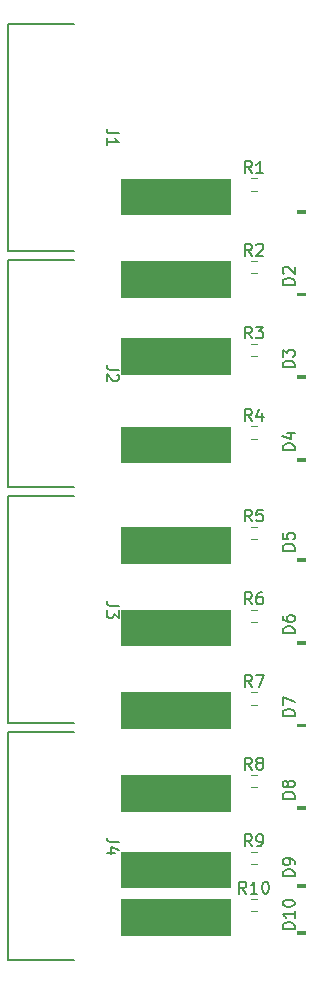
<source format=gbr>
%TF.GenerationSoftware,KiCad,Pcbnew,9.0.6*%
%TF.CreationDate,2025-12-07T14:11:10+03:00*%
%TF.ProjectId,PMLED-10,504d4c45-442d-4313-902e-6b696361645f,rev?*%
%TF.SameCoordinates,PX3ec0740PY6021600*%
%TF.FileFunction,Legend,Top*%
%TF.FilePolarity,Positive*%
%FSLAX46Y46*%
G04 Gerber Fmt 4.6, Leading zero omitted, Abs format (unit mm)*
G04 Created by KiCad (PCBNEW 9.0.6) date 2025-12-07 14:11:10*
%MOMM*%
%LPD*%
G01*
G04 APERTURE LIST*
%ADD10C,0.100000*%
%ADD11C,0.150000*%
%ADD12C,0.120000*%
%ADD13C,0.152400*%
G04 APERTURE END LIST*
D10*
X-1250000Y-10000000D02*
X8000000Y-10000000D01*
X8000000Y-13000000D01*
X-1250000Y-13000000D01*
X-1250000Y-10000000D01*
G36*
X-1250000Y-10000000D02*
G01*
X8000000Y-10000000D01*
X8000000Y-13000000D01*
X-1250000Y-13000000D01*
X-1250000Y-10000000D01*
G37*
X-1250000Y13000000D02*
X8000000Y13000000D01*
X8000000Y10000000D01*
X-1250000Y10000000D01*
X-1250000Y13000000D01*
G36*
X-1250000Y13000000D02*
G01*
X8000000Y13000000D01*
X8000000Y10000000D01*
X-1250000Y10000000D01*
X-1250000Y13000000D01*
G37*
X-1250000Y-24000000D02*
X8000000Y-24000000D01*
X8000000Y-27000000D01*
X-1250000Y-27000000D01*
X-1250000Y-24000000D01*
G36*
X-1250000Y-24000000D02*
G01*
X8000000Y-24000000D01*
X8000000Y-27000000D01*
X-1250000Y-27000000D01*
X-1250000Y-24000000D01*
G37*
X-1250000Y19500000D02*
X8000000Y19500000D01*
X8000000Y16500000D01*
X-1250000Y16500000D01*
X-1250000Y19500000D01*
G36*
X-1250000Y19500000D02*
G01*
X8000000Y19500000D01*
X8000000Y16500000D01*
X-1250000Y16500000D01*
X-1250000Y19500000D01*
G37*
X-1250000Y5500000D02*
X8000000Y5500000D01*
X8000000Y2500000D01*
X-1250000Y2500000D01*
X-1250000Y5500000D01*
G36*
X-1250000Y5500000D02*
G01*
X8000000Y5500000D01*
X8000000Y2500000D01*
X-1250000Y2500000D01*
X-1250000Y5500000D01*
G37*
X-1250000Y-3000000D02*
X8000000Y-3000000D01*
X8000000Y-6000000D01*
X-1250000Y-6000000D01*
X-1250000Y-3000000D01*
G36*
X-1250000Y-3000000D02*
G01*
X8000000Y-3000000D01*
X8000000Y-6000000D01*
X-1250000Y-6000000D01*
X-1250000Y-3000000D01*
G37*
X-1250000Y-30500000D02*
X8000000Y-30500000D01*
X8000000Y-33500000D01*
X-1250000Y-33500000D01*
X-1250000Y-30500000D01*
G36*
X-1250000Y-30500000D02*
G01*
X8000000Y-30500000D01*
X8000000Y-33500000D01*
X-1250000Y-33500000D01*
X-1250000Y-30500000D01*
G37*
X-1250000Y26500000D02*
X8000000Y26500000D01*
X8000000Y23500000D01*
X-1250000Y23500000D01*
X-1250000Y26500000D01*
G36*
X-1250000Y26500000D02*
G01*
X8000000Y26500000D01*
X8000000Y23500000D01*
X-1250000Y23500000D01*
X-1250000Y26500000D01*
G37*
X-1250000Y-34500000D02*
X8000000Y-34500000D01*
X8000000Y-37500000D01*
X-1250000Y-37500000D01*
X-1250000Y-34500000D01*
G36*
X-1250000Y-34500000D02*
G01*
X8000000Y-34500000D01*
X8000000Y-37500000D01*
X-1250000Y-37500000D01*
X-1250000Y-34500000D01*
G37*
X-1250000Y-17000000D02*
X8000000Y-17000000D01*
X8000000Y-20000000D01*
X-1250000Y-20000000D01*
X-1250000Y-17000000D01*
G36*
X-1250000Y-17000000D02*
G01*
X8000000Y-17000000D01*
X8000000Y-20000000D01*
X-1250000Y-20000000D01*
X-1250000Y-17000000D01*
G37*
D11*
X9833333Y-2524819D02*
X9500000Y-2048628D01*
X9261905Y-2524819D02*
X9261905Y-1524819D01*
X9261905Y-1524819D02*
X9642857Y-1524819D01*
X9642857Y-1524819D02*
X9738095Y-1572438D01*
X9738095Y-1572438D02*
X9785714Y-1620057D01*
X9785714Y-1620057D02*
X9833333Y-1715295D01*
X9833333Y-1715295D02*
X9833333Y-1858152D01*
X9833333Y-1858152D02*
X9785714Y-1953390D01*
X9785714Y-1953390D02*
X9738095Y-2001009D01*
X9738095Y-2001009D02*
X9642857Y-2048628D01*
X9642857Y-2048628D02*
X9261905Y-2048628D01*
X10738095Y-1524819D02*
X10261905Y-1524819D01*
X10261905Y-1524819D02*
X10214286Y-2001009D01*
X10214286Y-2001009D02*
X10261905Y-1953390D01*
X10261905Y-1953390D02*
X10357143Y-1905771D01*
X10357143Y-1905771D02*
X10595238Y-1905771D01*
X10595238Y-1905771D02*
X10690476Y-1953390D01*
X10690476Y-1953390D02*
X10738095Y-2001009D01*
X10738095Y-2001009D02*
X10785714Y-2096247D01*
X10785714Y-2096247D02*
X10785714Y-2334342D01*
X10785714Y-2334342D02*
X10738095Y-2429580D01*
X10738095Y-2429580D02*
X10690476Y-2477200D01*
X10690476Y-2477200D02*
X10595238Y-2524819D01*
X10595238Y-2524819D02*
X10357143Y-2524819D01*
X10357143Y-2524819D02*
X10261905Y-2477200D01*
X10261905Y-2477200D02*
X10214286Y-2429580D01*
X9357142Y-34024819D02*
X9023809Y-33548628D01*
X8785714Y-34024819D02*
X8785714Y-33024819D01*
X8785714Y-33024819D02*
X9166666Y-33024819D01*
X9166666Y-33024819D02*
X9261904Y-33072438D01*
X9261904Y-33072438D02*
X9309523Y-33120057D01*
X9309523Y-33120057D02*
X9357142Y-33215295D01*
X9357142Y-33215295D02*
X9357142Y-33358152D01*
X9357142Y-33358152D02*
X9309523Y-33453390D01*
X9309523Y-33453390D02*
X9261904Y-33501009D01*
X9261904Y-33501009D02*
X9166666Y-33548628D01*
X9166666Y-33548628D02*
X8785714Y-33548628D01*
X10309523Y-34024819D02*
X9738095Y-34024819D01*
X10023809Y-34024819D02*
X10023809Y-33024819D01*
X10023809Y-33024819D02*
X9928571Y-33167676D01*
X9928571Y-33167676D02*
X9833333Y-33262914D01*
X9833333Y-33262914D02*
X9738095Y-33310533D01*
X10928571Y-33024819D02*
X11023809Y-33024819D01*
X11023809Y-33024819D02*
X11119047Y-33072438D01*
X11119047Y-33072438D02*
X11166666Y-33120057D01*
X11166666Y-33120057D02*
X11214285Y-33215295D01*
X11214285Y-33215295D02*
X11261904Y-33405771D01*
X11261904Y-33405771D02*
X11261904Y-33643866D01*
X11261904Y-33643866D02*
X11214285Y-33834342D01*
X11214285Y-33834342D02*
X11166666Y-33929580D01*
X11166666Y-33929580D02*
X11119047Y-33977200D01*
X11119047Y-33977200D02*
X11023809Y-34024819D01*
X11023809Y-34024819D02*
X10928571Y-34024819D01*
X10928571Y-34024819D02*
X10833333Y-33977200D01*
X10833333Y-33977200D02*
X10785714Y-33929580D01*
X10785714Y-33929580D02*
X10738095Y-33834342D01*
X10738095Y-33834342D02*
X10690476Y-33643866D01*
X10690476Y-33643866D02*
X10690476Y-33405771D01*
X10690476Y-33405771D02*
X10738095Y-33215295D01*
X10738095Y-33215295D02*
X10785714Y-33120057D01*
X10785714Y-33120057D02*
X10833333Y-33072438D01*
X10833333Y-33072438D02*
X10928571Y-33024819D01*
X13454819Y17511906D02*
X12454819Y17511906D01*
X12454819Y17511906D02*
X12454819Y17750001D01*
X12454819Y17750001D02*
X12502438Y17892858D01*
X12502438Y17892858D02*
X12597676Y17988096D01*
X12597676Y17988096D02*
X12692914Y18035715D01*
X12692914Y18035715D02*
X12883390Y18083334D01*
X12883390Y18083334D02*
X13026247Y18083334D01*
X13026247Y18083334D02*
X13216723Y18035715D01*
X13216723Y18035715D02*
X13311961Y17988096D01*
X13311961Y17988096D02*
X13407200Y17892858D01*
X13407200Y17892858D02*
X13454819Y17750001D01*
X13454819Y17750001D02*
X13454819Y17511906D01*
X12550057Y18464287D02*
X12502438Y18511906D01*
X12502438Y18511906D02*
X12454819Y18607144D01*
X12454819Y18607144D02*
X12454819Y18845239D01*
X12454819Y18845239D02*
X12502438Y18940477D01*
X12502438Y18940477D02*
X12550057Y18988096D01*
X12550057Y18988096D02*
X12645295Y19035715D01*
X12645295Y19035715D02*
X12740533Y19035715D01*
X12740533Y19035715D02*
X12883390Y18988096D01*
X12883390Y18988096D02*
X13454819Y18416668D01*
X13454819Y18416668D02*
X13454819Y19035715D01*
X13454819Y10511906D02*
X12454819Y10511906D01*
X12454819Y10511906D02*
X12454819Y10750001D01*
X12454819Y10750001D02*
X12502438Y10892858D01*
X12502438Y10892858D02*
X12597676Y10988096D01*
X12597676Y10988096D02*
X12692914Y11035715D01*
X12692914Y11035715D02*
X12883390Y11083334D01*
X12883390Y11083334D02*
X13026247Y11083334D01*
X13026247Y11083334D02*
X13216723Y11035715D01*
X13216723Y11035715D02*
X13311961Y10988096D01*
X13311961Y10988096D02*
X13407200Y10892858D01*
X13407200Y10892858D02*
X13454819Y10750001D01*
X13454819Y10750001D02*
X13454819Y10511906D01*
X12454819Y11416668D02*
X12454819Y12035715D01*
X12454819Y12035715D02*
X12835771Y11702382D01*
X12835771Y11702382D02*
X12835771Y11845239D01*
X12835771Y11845239D02*
X12883390Y11940477D01*
X12883390Y11940477D02*
X12931009Y11988096D01*
X12931009Y11988096D02*
X13026247Y12035715D01*
X13026247Y12035715D02*
X13264342Y12035715D01*
X13264342Y12035715D02*
X13359580Y11988096D01*
X13359580Y11988096D02*
X13407200Y11940477D01*
X13407200Y11940477D02*
X13454819Y11845239D01*
X13454819Y11845239D02*
X13454819Y11559525D01*
X13454819Y11559525D02*
X13407200Y11464287D01*
X13407200Y11464287D02*
X13359580Y11416668D01*
X9833333Y-30024819D02*
X9500000Y-29548628D01*
X9261905Y-30024819D02*
X9261905Y-29024819D01*
X9261905Y-29024819D02*
X9642857Y-29024819D01*
X9642857Y-29024819D02*
X9738095Y-29072438D01*
X9738095Y-29072438D02*
X9785714Y-29120057D01*
X9785714Y-29120057D02*
X9833333Y-29215295D01*
X9833333Y-29215295D02*
X9833333Y-29358152D01*
X9833333Y-29358152D02*
X9785714Y-29453390D01*
X9785714Y-29453390D02*
X9738095Y-29501009D01*
X9738095Y-29501009D02*
X9642857Y-29548628D01*
X9642857Y-29548628D02*
X9261905Y-29548628D01*
X10309524Y-30024819D02*
X10500000Y-30024819D01*
X10500000Y-30024819D02*
X10595238Y-29977200D01*
X10595238Y-29977200D02*
X10642857Y-29929580D01*
X10642857Y-29929580D02*
X10738095Y-29786723D01*
X10738095Y-29786723D02*
X10785714Y-29596247D01*
X10785714Y-29596247D02*
X10785714Y-29215295D01*
X10785714Y-29215295D02*
X10738095Y-29120057D01*
X10738095Y-29120057D02*
X10690476Y-29072438D01*
X10690476Y-29072438D02*
X10595238Y-29024819D01*
X10595238Y-29024819D02*
X10404762Y-29024819D01*
X10404762Y-29024819D02*
X10309524Y-29072438D01*
X10309524Y-29072438D02*
X10261905Y-29120057D01*
X10261905Y-29120057D02*
X10214286Y-29215295D01*
X10214286Y-29215295D02*
X10214286Y-29453390D01*
X10214286Y-29453390D02*
X10261905Y-29548628D01*
X10261905Y-29548628D02*
X10309524Y-29596247D01*
X10309524Y-29596247D02*
X10404762Y-29643866D01*
X10404762Y-29643866D02*
X10595238Y-29643866D01*
X10595238Y-29643866D02*
X10690476Y-29596247D01*
X10690476Y-29596247D02*
X10738095Y-29548628D01*
X10738095Y-29548628D02*
X10785714Y-29453390D01*
X9833333Y12975181D02*
X9500000Y13451372D01*
X9261905Y12975181D02*
X9261905Y13975181D01*
X9261905Y13975181D02*
X9642857Y13975181D01*
X9642857Y13975181D02*
X9738095Y13927562D01*
X9738095Y13927562D02*
X9785714Y13879943D01*
X9785714Y13879943D02*
X9833333Y13784705D01*
X9833333Y13784705D02*
X9833333Y13641848D01*
X9833333Y13641848D02*
X9785714Y13546610D01*
X9785714Y13546610D02*
X9738095Y13498991D01*
X9738095Y13498991D02*
X9642857Y13451372D01*
X9642857Y13451372D02*
X9261905Y13451372D01*
X10166667Y13975181D02*
X10785714Y13975181D01*
X10785714Y13975181D02*
X10452381Y13594229D01*
X10452381Y13594229D02*
X10595238Y13594229D01*
X10595238Y13594229D02*
X10690476Y13546610D01*
X10690476Y13546610D02*
X10738095Y13498991D01*
X10738095Y13498991D02*
X10785714Y13403753D01*
X10785714Y13403753D02*
X10785714Y13165658D01*
X10785714Y13165658D02*
X10738095Y13070420D01*
X10738095Y13070420D02*
X10690476Y13022800D01*
X10690476Y13022800D02*
X10595238Y12975181D01*
X10595238Y12975181D02*
X10309524Y12975181D01*
X10309524Y12975181D02*
X10214286Y13022800D01*
X10214286Y13022800D02*
X10166667Y13070420D01*
X9833333Y5975181D02*
X9500000Y6451372D01*
X9261905Y5975181D02*
X9261905Y6975181D01*
X9261905Y6975181D02*
X9642857Y6975181D01*
X9642857Y6975181D02*
X9738095Y6927562D01*
X9738095Y6927562D02*
X9785714Y6879943D01*
X9785714Y6879943D02*
X9833333Y6784705D01*
X9833333Y6784705D02*
X9833333Y6641848D01*
X9833333Y6641848D02*
X9785714Y6546610D01*
X9785714Y6546610D02*
X9738095Y6498991D01*
X9738095Y6498991D02*
X9642857Y6451372D01*
X9642857Y6451372D02*
X9261905Y6451372D01*
X10690476Y6641848D02*
X10690476Y5975181D01*
X10452381Y7022800D02*
X10214286Y6308515D01*
X10214286Y6308515D02*
X10833333Y6308515D01*
X-1454820Y30333334D02*
X-2169105Y30333334D01*
X-2169105Y30333334D02*
X-2311962Y30380953D01*
X-2311962Y30380953D02*
X-2407200Y30476191D01*
X-2407200Y30476191D02*
X-2454820Y30619048D01*
X-2454820Y30619048D02*
X-2454820Y30714286D01*
X-2454820Y29333334D02*
X-2454820Y29904762D01*
X-2454820Y29619048D02*
X-1454820Y29619048D01*
X-1454820Y29619048D02*
X-1597677Y29714286D01*
X-1597677Y29714286D02*
X-1692915Y29809524D01*
X-1692915Y29809524D02*
X-1740534Y29904762D01*
X13454819Y-25988094D02*
X12454819Y-25988094D01*
X12454819Y-25988094D02*
X12454819Y-25749999D01*
X12454819Y-25749999D02*
X12502438Y-25607142D01*
X12502438Y-25607142D02*
X12597676Y-25511904D01*
X12597676Y-25511904D02*
X12692914Y-25464285D01*
X12692914Y-25464285D02*
X12883390Y-25416666D01*
X12883390Y-25416666D02*
X13026247Y-25416666D01*
X13026247Y-25416666D02*
X13216723Y-25464285D01*
X13216723Y-25464285D02*
X13311961Y-25511904D01*
X13311961Y-25511904D02*
X13407200Y-25607142D01*
X13407200Y-25607142D02*
X13454819Y-25749999D01*
X13454819Y-25749999D02*
X13454819Y-25988094D01*
X12883390Y-24845237D02*
X12835771Y-24940475D01*
X12835771Y-24940475D02*
X12788152Y-24988094D01*
X12788152Y-24988094D02*
X12692914Y-25035713D01*
X12692914Y-25035713D02*
X12645295Y-25035713D01*
X12645295Y-25035713D02*
X12550057Y-24988094D01*
X12550057Y-24988094D02*
X12502438Y-24940475D01*
X12502438Y-24940475D02*
X12454819Y-24845237D01*
X12454819Y-24845237D02*
X12454819Y-24654761D01*
X12454819Y-24654761D02*
X12502438Y-24559523D01*
X12502438Y-24559523D02*
X12550057Y-24511904D01*
X12550057Y-24511904D02*
X12645295Y-24464285D01*
X12645295Y-24464285D02*
X12692914Y-24464285D01*
X12692914Y-24464285D02*
X12788152Y-24511904D01*
X12788152Y-24511904D02*
X12835771Y-24559523D01*
X12835771Y-24559523D02*
X12883390Y-24654761D01*
X12883390Y-24654761D02*
X12883390Y-24845237D01*
X12883390Y-24845237D02*
X12931009Y-24940475D01*
X12931009Y-24940475D02*
X12978628Y-24988094D01*
X12978628Y-24988094D02*
X13073866Y-25035713D01*
X13073866Y-25035713D02*
X13264342Y-25035713D01*
X13264342Y-25035713D02*
X13359580Y-24988094D01*
X13359580Y-24988094D02*
X13407200Y-24940475D01*
X13407200Y-24940475D02*
X13454819Y-24845237D01*
X13454819Y-24845237D02*
X13454819Y-24654761D01*
X13454819Y-24654761D02*
X13407200Y-24559523D01*
X13407200Y-24559523D02*
X13359580Y-24511904D01*
X13359580Y-24511904D02*
X13264342Y-24464285D01*
X13264342Y-24464285D02*
X13073866Y-24464285D01*
X13073866Y-24464285D02*
X12978628Y-24511904D01*
X12978628Y-24511904D02*
X12931009Y-24559523D01*
X12931009Y-24559523D02*
X12883390Y-24654761D01*
X9833333Y-16524819D02*
X9500000Y-16048628D01*
X9261905Y-16524819D02*
X9261905Y-15524819D01*
X9261905Y-15524819D02*
X9642857Y-15524819D01*
X9642857Y-15524819D02*
X9738095Y-15572438D01*
X9738095Y-15572438D02*
X9785714Y-15620057D01*
X9785714Y-15620057D02*
X9833333Y-15715295D01*
X9833333Y-15715295D02*
X9833333Y-15858152D01*
X9833333Y-15858152D02*
X9785714Y-15953390D01*
X9785714Y-15953390D02*
X9738095Y-16001009D01*
X9738095Y-16001009D02*
X9642857Y-16048628D01*
X9642857Y-16048628D02*
X9261905Y-16048628D01*
X10166667Y-15524819D02*
X10833333Y-15524819D01*
X10833333Y-15524819D02*
X10404762Y-16524819D01*
X13454819Y-18988094D02*
X12454819Y-18988094D01*
X12454819Y-18988094D02*
X12454819Y-18749999D01*
X12454819Y-18749999D02*
X12502438Y-18607142D01*
X12502438Y-18607142D02*
X12597676Y-18511904D01*
X12597676Y-18511904D02*
X12692914Y-18464285D01*
X12692914Y-18464285D02*
X12883390Y-18416666D01*
X12883390Y-18416666D02*
X13026247Y-18416666D01*
X13026247Y-18416666D02*
X13216723Y-18464285D01*
X13216723Y-18464285D02*
X13311961Y-18511904D01*
X13311961Y-18511904D02*
X13407200Y-18607142D01*
X13407200Y-18607142D02*
X13454819Y-18749999D01*
X13454819Y-18749999D02*
X13454819Y-18988094D01*
X12454819Y-18083332D02*
X12454819Y-17416666D01*
X12454819Y-17416666D02*
X13454819Y-17845237D01*
X13454819Y-32553094D02*
X12454819Y-32553094D01*
X12454819Y-32553094D02*
X12454819Y-32314999D01*
X12454819Y-32314999D02*
X12502438Y-32172142D01*
X12502438Y-32172142D02*
X12597676Y-32076904D01*
X12597676Y-32076904D02*
X12692914Y-32029285D01*
X12692914Y-32029285D02*
X12883390Y-31981666D01*
X12883390Y-31981666D02*
X13026247Y-31981666D01*
X13026247Y-31981666D02*
X13216723Y-32029285D01*
X13216723Y-32029285D02*
X13311961Y-32076904D01*
X13311961Y-32076904D02*
X13407200Y-32172142D01*
X13407200Y-32172142D02*
X13454819Y-32314999D01*
X13454819Y-32314999D02*
X13454819Y-32553094D01*
X13454819Y-31505475D02*
X13454819Y-31314999D01*
X13454819Y-31314999D02*
X13407200Y-31219761D01*
X13407200Y-31219761D02*
X13359580Y-31172142D01*
X13359580Y-31172142D02*
X13216723Y-31076904D01*
X13216723Y-31076904D02*
X13026247Y-31029285D01*
X13026247Y-31029285D02*
X12645295Y-31029285D01*
X12645295Y-31029285D02*
X12550057Y-31076904D01*
X12550057Y-31076904D02*
X12502438Y-31124523D01*
X12502438Y-31124523D02*
X12454819Y-31219761D01*
X12454819Y-31219761D02*
X12454819Y-31410237D01*
X12454819Y-31410237D02*
X12502438Y-31505475D01*
X12502438Y-31505475D02*
X12550057Y-31553094D01*
X12550057Y-31553094D02*
X12645295Y-31600713D01*
X12645295Y-31600713D02*
X12883390Y-31600713D01*
X12883390Y-31600713D02*
X12978628Y-31553094D01*
X12978628Y-31553094D02*
X13026247Y-31505475D01*
X13026247Y-31505475D02*
X13073866Y-31410237D01*
X13073866Y-31410237D02*
X13073866Y-31219761D01*
X13073866Y-31219761D02*
X13026247Y-31124523D01*
X13026247Y-31124523D02*
X12978628Y-31076904D01*
X12978628Y-31076904D02*
X12883390Y-31029285D01*
X13454819Y3511906D02*
X12454819Y3511906D01*
X12454819Y3511906D02*
X12454819Y3750001D01*
X12454819Y3750001D02*
X12502438Y3892858D01*
X12502438Y3892858D02*
X12597676Y3988096D01*
X12597676Y3988096D02*
X12692914Y4035715D01*
X12692914Y4035715D02*
X12883390Y4083334D01*
X12883390Y4083334D02*
X13026247Y4083334D01*
X13026247Y4083334D02*
X13216723Y4035715D01*
X13216723Y4035715D02*
X13311961Y3988096D01*
X13311961Y3988096D02*
X13407200Y3892858D01*
X13407200Y3892858D02*
X13454819Y3750001D01*
X13454819Y3750001D02*
X13454819Y3511906D01*
X12788152Y4940477D02*
X13454819Y4940477D01*
X12407200Y4702382D02*
X13121485Y4464287D01*
X13121485Y4464287D02*
X13121485Y5083334D01*
X9833333Y-23524819D02*
X9500000Y-23048628D01*
X9261905Y-23524819D02*
X9261905Y-22524819D01*
X9261905Y-22524819D02*
X9642857Y-22524819D01*
X9642857Y-22524819D02*
X9738095Y-22572438D01*
X9738095Y-22572438D02*
X9785714Y-22620057D01*
X9785714Y-22620057D02*
X9833333Y-22715295D01*
X9833333Y-22715295D02*
X9833333Y-22858152D01*
X9833333Y-22858152D02*
X9785714Y-22953390D01*
X9785714Y-22953390D02*
X9738095Y-23001009D01*
X9738095Y-23001009D02*
X9642857Y-23048628D01*
X9642857Y-23048628D02*
X9261905Y-23048628D01*
X10404762Y-22953390D02*
X10309524Y-22905771D01*
X10309524Y-22905771D02*
X10261905Y-22858152D01*
X10261905Y-22858152D02*
X10214286Y-22762914D01*
X10214286Y-22762914D02*
X10214286Y-22715295D01*
X10214286Y-22715295D02*
X10261905Y-22620057D01*
X10261905Y-22620057D02*
X10309524Y-22572438D01*
X10309524Y-22572438D02*
X10404762Y-22524819D01*
X10404762Y-22524819D02*
X10595238Y-22524819D01*
X10595238Y-22524819D02*
X10690476Y-22572438D01*
X10690476Y-22572438D02*
X10738095Y-22620057D01*
X10738095Y-22620057D02*
X10785714Y-22715295D01*
X10785714Y-22715295D02*
X10785714Y-22762914D01*
X10785714Y-22762914D02*
X10738095Y-22858152D01*
X10738095Y-22858152D02*
X10690476Y-22905771D01*
X10690476Y-22905771D02*
X10595238Y-22953390D01*
X10595238Y-22953390D02*
X10404762Y-22953390D01*
X10404762Y-22953390D02*
X10309524Y-23001009D01*
X10309524Y-23001009D02*
X10261905Y-23048628D01*
X10261905Y-23048628D02*
X10214286Y-23143866D01*
X10214286Y-23143866D02*
X10214286Y-23334342D01*
X10214286Y-23334342D02*
X10261905Y-23429580D01*
X10261905Y-23429580D02*
X10309524Y-23477200D01*
X10309524Y-23477200D02*
X10404762Y-23524819D01*
X10404762Y-23524819D02*
X10595238Y-23524819D01*
X10595238Y-23524819D02*
X10690476Y-23477200D01*
X10690476Y-23477200D02*
X10738095Y-23429580D01*
X10738095Y-23429580D02*
X10785714Y-23334342D01*
X10785714Y-23334342D02*
X10785714Y-23143866D01*
X10785714Y-23143866D02*
X10738095Y-23048628D01*
X10738095Y-23048628D02*
X10690476Y-23001009D01*
X10690476Y-23001009D02*
X10595238Y-22953390D01*
X13454819Y-37029285D02*
X12454819Y-37029285D01*
X12454819Y-37029285D02*
X12454819Y-36791190D01*
X12454819Y-36791190D02*
X12502438Y-36648333D01*
X12502438Y-36648333D02*
X12597676Y-36553095D01*
X12597676Y-36553095D02*
X12692914Y-36505476D01*
X12692914Y-36505476D02*
X12883390Y-36457857D01*
X12883390Y-36457857D02*
X13026247Y-36457857D01*
X13026247Y-36457857D02*
X13216723Y-36505476D01*
X13216723Y-36505476D02*
X13311961Y-36553095D01*
X13311961Y-36553095D02*
X13407200Y-36648333D01*
X13407200Y-36648333D02*
X13454819Y-36791190D01*
X13454819Y-36791190D02*
X13454819Y-37029285D01*
X13454819Y-35505476D02*
X13454819Y-36076904D01*
X13454819Y-35791190D02*
X12454819Y-35791190D01*
X12454819Y-35791190D02*
X12597676Y-35886428D01*
X12597676Y-35886428D02*
X12692914Y-35981666D01*
X12692914Y-35981666D02*
X12740533Y-36076904D01*
X12454819Y-34886428D02*
X12454819Y-34791190D01*
X12454819Y-34791190D02*
X12502438Y-34695952D01*
X12502438Y-34695952D02*
X12550057Y-34648333D01*
X12550057Y-34648333D02*
X12645295Y-34600714D01*
X12645295Y-34600714D02*
X12835771Y-34553095D01*
X12835771Y-34553095D02*
X13073866Y-34553095D01*
X13073866Y-34553095D02*
X13264342Y-34600714D01*
X13264342Y-34600714D02*
X13359580Y-34648333D01*
X13359580Y-34648333D02*
X13407200Y-34695952D01*
X13407200Y-34695952D02*
X13454819Y-34791190D01*
X13454819Y-34791190D02*
X13454819Y-34886428D01*
X13454819Y-34886428D02*
X13407200Y-34981666D01*
X13407200Y-34981666D02*
X13359580Y-35029285D01*
X13359580Y-35029285D02*
X13264342Y-35076904D01*
X13264342Y-35076904D02*
X13073866Y-35124523D01*
X13073866Y-35124523D02*
X12835771Y-35124523D01*
X12835771Y-35124523D02*
X12645295Y-35076904D01*
X12645295Y-35076904D02*
X12550057Y-35029285D01*
X12550057Y-35029285D02*
X12502438Y-34981666D01*
X12502438Y-34981666D02*
X12454819Y-34886428D01*
X9833333Y-9524819D02*
X9500000Y-9048628D01*
X9261905Y-9524819D02*
X9261905Y-8524819D01*
X9261905Y-8524819D02*
X9642857Y-8524819D01*
X9642857Y-8524819D02*
X9738095Y-8572438D01*
X9738095Y-8572438D02*
X9785714Y-8620057D01*
X9785714Y-8620057D02*
X9833333Y-8715295D01*
X9833333Y-8715295D02*
X9833333Y-8858152D01*
X9833333Y-8858152D02*
X9785714Y-8953390D01*
X9785714Y-8953390D02*
X9738095Y-9001009D01*
X9738095Y-9001009D02*
X9642857Y-9048628D01*
X9642857Y-9048628D02*
X9261905Y-9048628D01*
X10690476Y-8524819D02*
X10500000Y-8524819D01*
X10500000Y-8524819D02*
X10404762Y-8572438D01*
X10404762Y-8572438D02*
X10357143Y-8620057D01*
X10357143Y-8620057D02*
X10261905Y-8762914D01*
X10261905Y-8762914D02*
X10214286Y-8953390D01*
X10214286Y-8953390D02*
X10214286Y-9334342D01*
X10214286Y-9334342D02*
X10261905Y-9429580D01*
X10261905Y-9429580D02*
X10309524Y-9477200D01*
X10309524Y-9477200D02*
X10404762Y-9524819D01*
X10404762Y-9524819D02*
X10595238Y-9524819D01*
X10595238Y-9524819D02*
X10690476Y-9477200D01*
X10690476Y-9477200D02*
X10738095Y-9429580D01*
X10738095Y-9429580D02*
X10785714Y-9334342D01*
X10785714Y-9334342D02*
X10785714Y-9096247D01*
X10785714Y-9096247D02*
X10738095Y-9001009D01*
X10738095Y-9001009D02*
X10690476Y-8953390D01*
X10690476Y-8953390D02*
X10595238Y-8905771D01*
X10595238Y-8905771D02*
X10404762Y-8905771D01*
X10404762Y-8905771D02*
X10309524Y-8953390D01*
X10309524Y-8953390D02*
X10261905Y-9001009D01*
X10261905Y-9001009D02*
X10214286Y-9096247D01*
X-1454820Y-9666666D02*
X-2169105Y-9666666D01*
X-2169105Y-9666666D02*
X-2311962Y-9619047D01*
X-2311962Y-9619047D02*
X-2407200Y-9523809D01*
X-2407200Y-9523809D02*
X-2454820Y-9380952D01*
X-2454820Y-9380952D02*
X-2454820Y-9285714D01*
X-1454820Y-10047619D02*
X-1454820Y-10666666D01*
X-1454820Y-10666666D02*
X-1835772Y-10333333D01*
X-1835772Y-10333333D02*
X-1835772Y-10476190D01*
X-1835772Y-10476190D02*
X-1883391Y-10571428D01*
X-1883391Y-10571428D02*
X-1931010Y-10619047D01*
X-1931010Y-10619047D02*
X-2026248Y-10666666D01*
X-2026248Y-10666666D02*
X-2264343Y-10666666D01*
X-2264343Y-10666666D02*
X-2359581Y-10619047D01*
X-2359581Y-10619047D02*
X-2407200Y-10571428D01*
X-2407200Y-10571428D02*
X-2454820Y-10476190D01*
X-2454820Y-10476190D02*
X-2454820Y-10190476D01*
X-2454820Y-10190476D02*
X-2407200Y-10095238D01*
X-2407200Y-10095238D02*
X-2359581Y-10047619D01*
X9833333Y26975181D02*
X9500000Y27451372D01*
X9261905Y26975181D02*
X9261905Y27975181D01*
X9261905Y27975181D02*
X9642857Y27975181D01*
X9642857Y27975181D02*
X9738095Y27927562D01*
X9738095Y27927562D02*
X9785714Y27879943D01*
X9785714Y27879943D02*
X9833333Y27784705D01*
X9833333Y27784705D02*
X9833333Y27641848D01*
X9833333Y27641848D02*
X9785714Y27546610D01*
X9785714Y27546610D02*
X9738095Y27498991D01*
X9738095Y27498991D02*
X9642857Y27451372D01*
X9642857Y27451372D02*
X9261905Y27451372D01*
X10785714Y26975181D02*
X10214286Y26975181D01*
X10500000Y26975181D02*
X10500000Y27975181D01*
X10500000Y27975181D02*
X10404762Y27832324D01*
X10404762Y27832324D02*
X10309524Y27737086D01*
X10309524Y27737086D02*
X10214286Y27689467D01*
X9833333Y19975181D02*
X9500000Y20451372D01*
X9261905Y19975181D02*
X9261905Y20975181D01*
X9261905Y20975181D02*
X9642857Y20975181D01*
X9642857Y20975181D02*
X9738095Y20927562D01*
X9738095Y20927562D02*
X9785714Y20879943D01*
X9785714Y20879943D02*
X9833333Y20784705D01*
X9833333Y20784705D02*
X9833333Y20641848D01*
X9833333Y20641848D02*
X9785714Y20546610D01*
X9785714Y20546610D02*
X9738095Y20498991D01*
X9738095Y20498991D02*
X9642857Y20451372D01*
X9642857Y20451372D02*
X9261905Y20451372D01*
X10214286Y20879943D02*
X10261905Y20927562D01*
X10261905Y20927562D02*
X10357143Y20975181D01*
X10357143Y20975181D02*
X10595238Y20975181D01*
X10595238Y20975181D02*
X10690476Y20927562D01*
X10690476Y20927562D02*
X10738095Y20879943D01*
X10738095Y20879943D02*
X10785714Y20784705D01*
X10785714Y20784705D02*
X10785714Y20689467D01*
X10785714Y20689467D02*
X10738095Y20546610D01*
X10738095Y20546610D02*
X10166667Y19975181D01*
X10166667Y19975181D02*
X10785714Y19975181D01*
X-1454820Y10333334D02*
X-2169105Y10333334D01*
X-2169105Y10333334D02*
X-2311962Y10380953D01*
X-2311962Y10380953D02*
X-2407200Y10476191D01*
X-2407200Y10476191D02*
X-2454820Y10619048D01*
X-2454820Y10619048D02*
X-2454820Y10714286D01*
X-1550058Y9904762D02*
X-1502439Y9857143D01*
X-1502439Y9857143D02*
X-1454820Y9761905D01*
X-1454820Y9761905D02*
X-1454820Y9523810D01*
X-1454820Y9523810D02*
X-1502439Y9428572D01*
X-1502439Y9428572D02*
X-1550058Y9380953D01*
X-1550058Y9380953D02*
X-1645296Y9333334D01*
X-1645296Y9333334D02*
X-1740534Y9333334D01*
X-1740534Y9333334D02*
X-1883391Y9380953D01*
X-1883391Y9380953D02*
X-2454820Y9952381D01*
X-2454820Y9952381D02*
X-2454820Y9333334D01*
X13454819Y-11988094D02*
X12454819Y-11988094D01*
X12454819Y-11988094D02*
X12454819Y-11749999D01*
X12454819Y-11749999D02*
X12502438Y-11607142D01*
X12502438Y-11607142D02*
X12597676Y-11511904D01*
X12597676Y-11511904D02*
X12692914Y-11464285D01*
X12692914Y-11464285D02*
X12883390Y-11416666D01*
X12883390Y-11416666D02*
X13026247Y-11416666D01*
X13026247Y-11416666D02*
X13216723Y-11464285D01*
X13216723Y-11464285D02*
X13311961Y-11511904D01*
X13311961Y-11511904D02*
X13407200Y-11607142D01*
X13407200Y-11607142D02*
X13454819Y-11749999D01*
X13454819Y-11749999D02*
X13454819Y-11988094D01*
X12454819Y-10559523D02*
X12454819Y-10749999D01*
X12454819Y-10749999D02*
X12502438Y-10845237D01*
X12502438Y-10845237D02*
X12550057Y-10892856D01*
X12550057Y-10892856D02*
X12692914Y-10988094D01*
X12692914Y-10988094D02*
X12883390Y-11035713D01*
X12883390Y-11035713D02*
X13264342Y-11035713D01*
X13264342Y-11035713D02*
X13359580Y-10988094D01*
X13359580Y-10988094D02*
X13407200Y-10940475D01*
X13407200Y-10940475D02*
X13454819Y-10845237D01*
X13454819Y-10845237D02*
X13454819Y-10654761D01*
X13454819Y-10654761D02*
X13407200Y-10559523D01*
X13407200Y-10559523D02*
X13359580Y-10511904D01*
X13359580Y-10511904D02*
X13264342Y-10464285D01*
X13264342Y-10464285D02*
X13026247Y-10464285D01*
X13026247Y-10464285D02*
X12931009Y-10511904D01*
X12931009Y-10511904D02*
X12883390Y-10559523D01*
X12883390Y-10559523D02*
X12835771Y-10654761D01*
X12835771Y-10654761D02*
X12835771Y-10845237D01*
X12835771Y-10845237D02*
X12883390Y-10940475D01*
X12883390Y-10940475D02*
X12931009Y-10988094D01*
X12931009Y-10988094D02*
X13026247Y-11035713D01*
X-1454820Y-29666666D02*
X-2169105Y-29666666D01*
X-2169105Y-29666666D02*
X-2311962Y-29619047D01*
X-2311962Y-29619047D02*
X-2407200Y-29523809D01*
X-2407200Y-29523809D02*
X-2454820Y-29380952D01*
X-2454820Y-29380952D02*
X-2454820Y-29285714D01*
X-1788153Y-30571428D02*
X-2454820Y-30571428D01*
X-1407200Y-30333333D02*
X-2121486Y-30095238D01*
X-2121486Y-30095238D02*
X-2121486Y-30714285D01*
X13454819Y-4988094D02*
X12454819Y-4988094D01*
X12454819Y-4988094D02*
X12454819Y-4749999D01*
X12454819Y-4749999D02*
X12502438Y-4607142D01*
X12502438Y-4607142D02*
X12597676Y-4511904D01*
X12597676Y-4511904D02*
X12692914Y-4464285D01*
X12692914Y-4464285D02*
X12883390Y-4416666D01*
X12883390Y-4416666D02*
X13026247Y-4416666D01*
X13026247Y-4416666D02*
X13216723Y-4464285D01*
X13216723Y-4464285D02*
X13311961Y-4511904D01*
X13311961Y-4511904D02*
X13407200Y-4607142D01*
X13407200Y-4607142D02*
X13454819Y-4749999D01*
X13454819Y-4749999D02*
X13454819Y-4988094D01*
X12454819Y-3511904D02*
X12454819Y-3988094D01*
X12454819Y-3988094D02*
X12931009Y-4035713D01*
X12931009Y-4035713D02*
X12883390Y-3988094D01*
X12883390Y-3988094D02*
X12835771Y-3892856D01*
X12835771Y-3892856D02*
X12835771Y-3654761D01*
X12835771Y-3654761D02*
X12883390Y-3559523D01*
X12883390Y-3559523D02*
X12931009Y-3511904D01*
X12931009Y-3511904D02*
X13026247Y-3464285D01*
X13026247Y-3464285D02*
X13264342Y-3464285D01*
X13264342Y-3464285D02*
X13359580Y-3511904D01*
X13359580Y-3511904D02*
X13407200Y-3559523D01*
X13407200Y-3559523D02*
X13454819Y-3654761D01*
X13454819Y-3654761D02*
X13454819Y-3892856D01*
X13454819Y-3892856D02*
X13407200Y-3988094D01*
X13407200Y-3988094D02*
X13359580Y-4035713D01*
D12*
%TO.C,R5*%
X9762742Y-2977500D02*
X10237258Y-2977500D01*
X9762742Y-4022500D02*
X10237258Y-4022500D01*
%TO.C,R10*%
X9762742Y-34477500D02*
X10237258Y-34477500D01*
X9762742Y-35522500D02*
X10237258Y-35522500D01*
%TO.C,D2*%
D10*
X13700000Y16624600D02*
X14300000Y16624600D01*
X14300000Y16850000D01*
X13700000Y16850000D01*
X13700000Y16624600D01*
G36*
X13700000Y16624600D02*
G01*
X14300000Y16624600D01*
X14300000Y16850000D01*
X13700000Y16850000D01*
X13700000Y16624600D01*
G37*
%TO.C,D3*%
X13700000Y9624600D02*
X14300000Y9624600D01*
X14300000Y9850000D01*
X13700000Y9850000D01*
X13700000Y9624600D01*
G36*
X13700000Y9624600D02*
G01*
X14300000Y9624600D01*
X14300000Y9850000D01*
X13700000Y9850000D01*
X13700000Y9624600D01*
G37*
D12*
%TO.C,R9*%
X9762742Y-30477500D02*
X10237258Y-30477500D01*
X9762742Y-31522500D02*
X10237258Y-31522500D01*
%TO.C,R3*%
X9762742Y12522500D02*
X10237258Y12522500D01*
X9762742Y11477500D02*
X10237258Y11477500D01*
%TO.C,R4*%
X9762742Y5522500D02*
X10237258Y5522500D01*
X9762742Y4477500D02*
X10237258Y4477500D01*
D13*
%TO.C,J1*%
X-10781300Y39623301D02*
X-10781300Y20376699D01*
X-10781300Y20376699D02*
X-5218700Y20376699D01*
X-5218700Y39623301D02*
X-10781300Y39623301D01*
%TO.C,D8*%
D10*
X13700000Y-26875400D02*
X14300000Y-26875400D01*
X14300000Y-26650000D01*
X13700000Y-26650000D01*
X13700000Y-26875400D01*
G36*
X13700000Y-26875400D02*
G01*
X14300000Y-26875400D01*
X14300000Y-26650000D01*
X13700000Y-26650000D01*
X13700000Y-26875400D01*
G37*
D12*
%TO.C,R7*%
X9762742Y-16977500D02*
X10237258Y-16977500D01*
X9762742Y-18022500D02*
X10237258Y-18022500D01*
%TO.C,D7*%
D10*
X13700000Y-19875400D02*
X14300000Y-19875400D01*
X14300000Y-19650000D01*
X13700000Y-19650000D01*
X13700000Y-19875400D01*
G36*
X13700000Y-19875400D02*
G01*
X14300000Y-19875400D01*
X14300000Y-19650000D01*
X13700000Y-19650000D01*
X13700000Y-19875400D01*
G37*
%TO.C,D9*%
X13700000Y-33440400D02*
X14300000Y-33440400D01*
X14300000Y-33215000D01*
X13700000Y-33215000D01*
X13700000Y-33440400D01*
G36*
X13700000Y-33440400D02*
G01*
X14300000Y-33440400D01*
X14300000Y-33215000D01*
X13700000Y-33215000D01*
X13700000Y-33440400D01*
G37*
%TO.C,D1*%
X13700000Y23624600D02*
X14300000Y23624600D01*
X14300000Y23850000D01*
X13700000Y23850000D01*
X13700000Y23624600D01*
G36*
X13700000Y23624600D02*
G01*
X14300000Y23624600D01*
X14300000Y23850000D01*
X13700000Y23850000D01*
X13700000Y23624600D01*
G37*
%TO.C,D4*%
X13700000Y2624600D02*
X14300000Y2624600D01*
X14300000Y2850000D01*
X13700000Y2850000D01*
X13700000Y2624600D01*
G36*
X13700000Y2624600D02*
G01*
X14300000Y2624600D01*
X14300000Y2850000D01*
X13700000Y2850000D01*
X13700000Y2624600D01*
G37*
D12*
%TO.C,R8*%
X9762742Y-23977500D02*
X10237258Y-23977500D01*
X9762742Y-25022500D02*
X10237258Y-25022500D01*
%TO.C,D10*%
D10*
X13700000Y-37440400D02*
X14300000Y-37440400D01*
X14300000Y-37215000D01*
X13700000Y-37215000D01*
X13700000Y-37440400D01*
G36*
X13700000Y-37440400D02*
G01*
X14300000Y-37440400D01*
X14300000Y-37215000D01*
X13700000Y-37215000D01*
X13700000Y-37440400D01*
G37*
D12*
%TO.C,R6*%
X9762742Y-9977500D02*
X10237258Y-9977500D01*
X9762742Y-11022500D02*
X10237258Y-11022500D01*
D13*
%TO.C,J3*%
X-10781300Y-376699D02*
X-10781300Y-19623301D01*
X-10781300Y-19623301D02*
X-5218700Y-19623301D01*
X-5218700Y-376699D02*
X-10781300Y-376699D01*
D12*
%TO.C,R1*%
X9762742Y26522500D02*
X10237258Y26522500D01*
X9762742Y25477500D02*
X10237258Y25477500D01*
%TO.C,R2*%
X9762742Y19522500D02*
X10237258Y19522500D01*
X9762742Y18477500D02*
X10237258Y18477500D01*
D13*
%TO.C,J2*%
X-10781300Y19623301D02*
X-10781300Y376699D01*
X-10781300Y376699D02*
X-5218700Y376699D01*
X-5218700Y19623301D02*
X-10781300Y19623301D01*
%TO.C,D6*%
D10*
X13700000Y-12875400D02*
X14300000Y-12875400D01*
X14300000Y-12650000D01*
X13700000Y-12650000D01*
X13700000Y-12875400D01*
G36*
X13700000Y-12875400D02*
G01*
X14300000Y-12875400D01*
X14300000Y-12650000D01*
X13700000Y-12650000D01*
X13700000Y-12875400D01*
G37*
D13*
%TO.C,J4*%
X-10781300Y-20376699D02*
X-10781300Y-39623301D01*
X-10781300Y-39623301D02*
X-5218700Y-39623301D01*
X-5218700Y-20376699D02*
X-10781300Y-20376699D01*
%TO.C,D5*%
D10*
X13700000Y-5875400D02*
X14300000Y-5875400D01*
X14300000Y-5650000D01*
X13700000Y-5650000D01*
X13700000Y-5875400D01*
G36*
X13700000Y-5875400D02*
G01*
X14300000Y-5875400D01*
X14300000Y-5650000D01*
X13700000Y-5650000D01*
X13700000Y-5875400D01*
G37*
%TD*%
M02*

</source>
